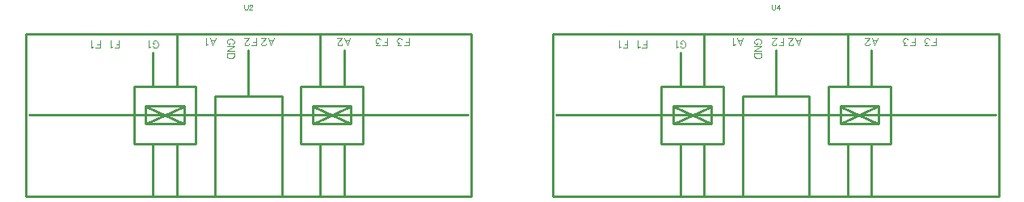
<source format=gbo>
G04 DipTrace 2.4.0.2*
%INMacro_Amp.GBO*%
%MOIN*%
%ADD10C,0.0098*%
%ADD12C,0.003*%
%ADD86C,0.0046*%
%FSLAX44Y44*%
G04*
G70*
G90*
G75*
G01*
%LNBotSilk*%
%LPD*%
X1807Y18487D2*
D10*
X20193D1*
Y11794D1*
X1807D1*
Y18487D1*
X6768Y14766D2*
X8343D1*
Y15514D1*
X6768D1*
Y14766D1*
X13657Y15514D2*
X15232D1*
Y14766D1*
X13657D1*
Y15514D1*
X6275Y13959D2*
X8834D1*
Y16321D1*
X6275D1*
Y13959D1*
X13166D2*
X15725D1*
Y16321D1*
X13166D1*
Y13959D1*
X7064Y17699D2*
Y16321D1*
X14936Y17798D2*
Y16321D1*
Y13959D2*
Y11794D1*
X13953Y16321D2*
Y18487D1*
Y13959D2*
Y11794D1*
X7064Y13959D2*
Y11794D1*
X8047Y13959D2*
Y11794D1*
Y16321D2*
Y18487D1*
X11000Y17798D2*
Y15927D1*
X9623D2*
X12377D1*
Y11794D1*
X9623Y15927D2*
Y11794D1*
X1945Y15140D2*
X20055D1*
X6788Y14786D2*
X8323Y15494D1*
Y14786D2*
X6788Y15494D1*
X13677Y14786D2*
X15174Y15494D1*
X15212Y14786D2*
X13677Y15494D1*
X23557Y18487D2*
X41943D1*
Y11794D1*
X23557D1*
Y18487D1*
X28518Y14766D2*
X30093D1*
Y15514D1*
X28518D1*
Y14766D1*
X35407Y15514D2*
X36982D1*
Y14766D1*
X35407D1*
Y15514D1*
X28025Y13959D2*
X30584D1*
Y16321D1*
X28025D1*
Y13959D1*
X34916D2*
X37475D1*
Y16321D1*
X34916D1*
Y13959D1*
X28814Y17699D2*
Y16321D1*
X36686Y17798D2*
Y16321D1*
Y13959D2*
Y11794D1*
X35703Y16321D2*
Y18487D1*
Y13959D2*
Y11794D1*
X28814Y13959D2*
Y11794D1*
X29797Y13959D2*
Y11794D1*
Y16321D2*
Y18487D1*
X32750Y17798D2*
Y15927D1*
X31373D2*
X34127D1*
Y11794D1*
X31373Y15927D2*
Y11794D1*
X23695Y15140D2*
X41805D1*
X28538Y14786D2*
X30073Y15494D1*
Y14786D2*
X28538Y15494D1*
X35427Y14786D2*
X36924Y15494D1*
X36962Y14786D2*
X35427Y15494D1*
X10835Y19675D2*
D12*
Y19532D1*
X10845Y19503D1*
X10864Y19484D1*
X10893Y19474D1*
X10912D1*
X10940Y19484D1*
X10960Y19503D1*
X10969Y19532D1*
Y19675D1*
X11041Y19627D2*
Y19637D1*
X11050Y19656D1*
X11060Y19665D1*
X11079Y19675D1*
X11117D1*
X11136Y19665D1*
X11146Y19656D1*
X11155Y19637D1*
Y19618D1*
X11146Y19598D1*
X11127Y19570D1*
X11031Y19474D1*
X11165D1*
X32580Y19675D2*
Y19532D1*
X32590Y19503D1*
X32609Y19484D1*
X32638Y19474D1*
X32657D1*
X32686Y19484D1*
X32705Y19503D1*
X32714Y19532D1*
Y19675D1*
X32872Y19474D2*
Y19675D1*
X32776Y19541D1*
X32920D1*
X4692Y17899D2*
D86*
X4878D1*
Y18201D1*
Y18043D2*
X4764D1*
X4599Y17957D2*
X4570Y17942D1*
X4527Y17900D1*
Y18201D1*
X5478Y17899D2*
X5665D1*
Y18201D1*
Y18043D2*
X5550D1*
X5386Y17957D2*
X5357Y17942D1*
X5314Y17900D1*
Y18201D1*
X7055Y17971D2*
X7069Y17942D1*
X7098Y17914D1*
X7127Y17899D1*
X7184D1*
X7213Y17914D1*
X7241Y17942D1*
X7256Y17971D1*
X7270Y18014D1*
Y18086D1*
X7256Y18129D1*
X7241Y18158D1*
X7213Y18186D1*
X7184Y18201D1*
X7127D1*
X7098Y18186D1*
X7069Y18158D1*
X7055Y18129D1*
Y18086D1*
X7127D1*
X6962Y17957D2*
X6934Y17942D1*
X6890Y17900D1*
Y18201D1*
X9416Y18299D2*
X9531Y17998D1*
X9646Y18299D1*
X9603Y18199D2*
X9459D1*
X9323Y18056D2*
X9294Y18041D1*
X9251Y17998D1*
Y18299D1*
X10339Y18057D2*
X10368Y18071D1*
X10397Y18100D1*
X10411Y18129D1*
Y18186D1*
X10397Y18215D1*
X10368Y18243D1*
X10339Y18258D1*
X10296Y18272D1*
X10224D1*
X10182Y18258D1*
X10153Y18243D1*
X10124Y18215D1*
X10110Y18186D1*
Y18129D1*
X10124Y18100D1*
X10153Y18071D1*
X10182Y18057D1*
X10224D1*
Y18129D1*
X10411Y17763D2*
X10110D1*
X10411Y17964D1*
X10110D1*
X10411Y17671D2*
X10110D1*
Y17570D1*
X10124Y17527D1*
X10153Y17498D1*
X10182Y17484D1*
X10224Y17470D1*
X10296D1*
X10339Y17484D1*
X10368Y17498D1*
X10397Y17527D1*
X10411Y17570D1*
Y17671D1*
X11119Y17998D2*
X11306D1*
Y18299D1*
Y18142D2*
X11191D1*
X11012Y18070D2*
Y18056D1*
X10998Y18027D1*
X10984Y18013D1*
X10955Y17998D1*
X10897D1*
X10869Y18013D1*
X10855Y18027D1*
X10840Y18056D1*
Y18084D1*
X10855Y18113D1*
X10883Y18156D1*
X11027Y18299D1*
X10826D1*
X11810D2*
X11925Y17998D1*
X12040Y18299D1*
X11996Y18199D2*
X11853D1*
X11703Y18070D2*
Y18056D1*
X11688Y18027D1*
X11674Y18013D1*
X11645Y17998D1*
X11588D1*
X11559Y18013D1*
X11545Y18027D1*
X11530Y18056D1*
Y18084D1*
X11545Y18113D1*
X11574Y18156D1*
X11717Y18299D1*
X11516D1*
X14959D2*
X15074Y17998D1*
X15189Y18299D1*
X15146Y18199D2*
X15002D1*
X14852Y18070D2*
Y18056D1*
X14838Y18027D1*
X14823Y18013D1*
X14795Y17998D1*
X14737D1*
X14709Y18013D1*
X14694Y18027D1*
X14680Y18056D1*
Y18084D1*
X14694Y18113D1*
X14723Y18156D1*
X14867Y18299D1*
X14666D1*
X16532Y17998D2*
X16719D1*
Y18299D1*
Y18142D2*
X16604D1*
X16411Y17998D2*
X16253D1*
X16339Y18113D1*
X16296D1*
X16267Y18127D1*
X16253Y18142D1*
X16238Y18185D1*
Y18213D1*
X16253Y18256D1*
X16282Y18285D1*
X16325Y18299D1*
X16368D1*
X16411Y18285D1*
X16425Y18271D1*
X16439Y18242D1*
X17418Y17998D2*
X17605D1*
Y18299D1*
Y18142D2*
X17490D1*
X17297Y17998D2*
X17139D1*
X17225Y18113D1*
X17182D1*
X17153Y18127D1*
X17139Y18142D1*
X17125Y18185D1*
Y18213D1*
X17139Y18256D1*
X17168Y18285D1*
X17211Y18299D1*
X17254D1*
X17297Y18285D1*
X17311Y18271D1*
X17326Y18242D1*
X26442Y17899D2*
X26628D1*
Y18201D1*
Y18043D2*
X26514D1*
X26349Y17957D2*
X26320Y17942D1*
X26277Y17900D1*
Y18201D1*
X27228Y17899D2*
X27415D1*
Y18201D1*
Y18043D2*
X27300D1*
X27136Y17957D2*
X27107Y17942D1*
X27064Y17900D1*
Y18201D1*
X28805Y17971D2*
X28819Y17942D1*
X28848Y17914D1*
X28877Y17899D1*
X28934D1*
X28963Y17914D1*
X28991Y17942D1*
X29006Y17971D1*
X29020Y18014D1*
Y18086D1*
X29006Y18129D1*
X28991Y18158D1*
X28963Y18186D1*
X28934Y18201D1*
X28877D1*
X28848Y18186D1*
X28819Y18158D1*
X28805Y18129D1*
Y18086D1*
X28877D1*
X28712Y17957D2*
X28684Y17942D1*
X28640Y17900D1*
Y18201D1*
X31166Y18299D2*
X31281Y17998D1*
X31396Y18299D1*
X31353Y18199D2*
X31209D1*
X31073Y18056D2*
X31044Y18041D1*
X31001Y17998D1*
Y18299D1*
X32089Y18057D2*
X32118Y18071D1*
X32147Y18100D1*
X32161Y18129D1*
Y18186D1*
X32147Y18215D1*
X32118Y18243D1*
X32089Y18258D1*
X32046Y18272D1*
X31974D1*
X31932Y18258D1*
X31903Y18243D1*
X31874Y18215D1*
X31860Y18186D1*
Y18129D1*
X31874Y18100D1*
X31903Y18071D1*
X31932Y18057D1*
X31974D1*
Y18129D1*
X32161Y17763D2*
X31860D1*
X32161Y17964D1*
X31860D1*
X32161Y17671D2*
X31860D1*
Y17570D1*
X31874Y17527D1*
X31903Y17498D1*
X31932Y17484D1*
X31974Y17470D1*
X32046D1*
X32089Y17484D1*
X32118Y17498D1*
X32147Y17527D1*
X32161Y17570D1*
Y17671D1*
X32869Y17998D2*
X33056D1*
Y18299D1*
Y18142D2*
X32941D1*
X32762Y18070D2*
Y18056D1*
X32748Y18027D1*
X32734Y18013D1*
X32705Y17998D1*
X32647D1*
X32619Y18013D1*
X32605Y18027D1*
X32590Y18056D1*
Y18084D1*
X32605Y18113D1*
X32633Y18156D1*
X32777Y18299D1*
X32576D1*
X33560D2*
X33675Y17998D1*
X33790Y18299D1*
X33746Y18199D2*
X33603D1*
X33453Y18070D2*
Y18056D1*
X33438Y18027D1*
X33424Y18013D1*
X33395Y17998D1*
X33338D1*
X33309Y18013D1*
X33295Y18027D1*
X33280Y18056D1*
Y18084D1*
X33295Y18113D1*
X33324Y18156D1*
X33467Y18299D1*
X33266D1*
X36709D2*
X36824Y17998D1*
X36939Y18299D1*
X36896Y18199D2*
X36752D1*
X36602Y18070D2*
Y18056D1*
X36588Y18027D1*
X36573Y18013D1*
X36545Y17998D1*
X36487D1*
X36459Y18013D1*
X36444Y18027D1*
X36430Y18056D1*
Y18084D1*
X36444Y18113D1*
X36473Y18156D1*
X36617Y18299D1*
X36416D1*
X38282Y17998D2*
X38469D1*
Y18299D1*
Y18142D2*
X38354D1*
X38161Y17998D2*
X38003D1*
X38089Y18113D1*
X38046D1*
X38017Y18127D1*
X38003Y18142D1*
X37988Y18185D1*
Y18213D1*
X38003Y18256D1*
X38032Y18285D1*
X38075Y18299D1*
X38118D1*
X38161Y18285D1*
X38175Y18271D1*
X38189Y18242D1*
X39168Y17998D2*
X39355D1*
Y18299D1*
Y18142D2*
X39240D1*
X39047Y17998D2*
X38889D1*
X38975Y18113D1*
X38932D1*
X38903Y18127D1*
X38889Y18142D1*
X38875Y18185D1*
Y18213D1*
X38889Y18256D1*
X38918Y18285D1*
X38961Y18299D1*
X39004D1*
X39047Y18285D1*
X39061Y18271D1*
X39076Y18242D1*
M02*

</source>
